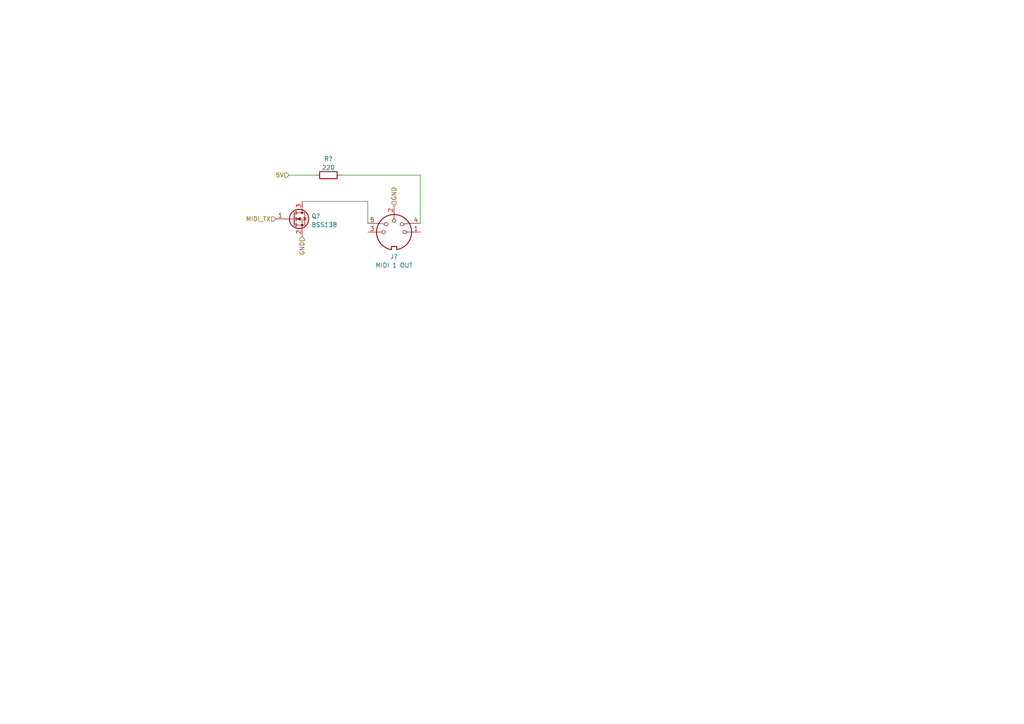
<source format=kicad_sch>
(kicad_sch (version 20230121) (generator eeschema)
  (paper "A4")
  (lib_symbols
    (symbol "Connector:DIN-5_180degree" (pin_names (offset 1.016))
      (property "Reference" "J" (at 3.175 5.715 0))
      (property "Value" "DIN-5_180degree" (at 0 -6.35 0))
      (symbol "DIN-5_180degree_0_1"
        (arc (start -5.08 0) (mid -3.8609 -3.3364) (end -0.762 -5.08) (stroke (width 0.254)))
        (circle (center -3.048 0) (radius 0.508))
        (circle (center -2.286 2.286) (radius 0.508))
        (polyline (pts (xy -5.08 0) (xy -3.556 0)))
        (polyline (pts (xy 0 5.08) (xy 0 3.81)))
        (polyline (pts (xy 5.08 0) (xy 3.556 0)))
        (polyline (pts (xy -5.08 2.54) (xy -4.318 2.54) (xy -2.794 2.286)))
        (polyline (pts (xy 5.08 2.54) (xy 4.318 2.54) (xy 2.794 2.286)))
        (polyline (pts (xy -0.762 -4.953) (xy -0.762 -4.191) (xy 0.762 -4.191) (xy 0.762 -4.953)) (stroke (width 0.254)))
        (circle (center 0 3.302) (radius 0.508))
        (arc (start 0.762 -5.08) (mid 3.8685 -3.343) (end 5.08 0) (stroke (width 0.254)))
        (circle (center 2.286 2.286) (radius 0.508))
        (circle (center 3.048 0) (radius 0.508))
        (arc (start 5.08 0) (mid 0 5.0579) (end -5.08 0) (stroke (width 0.254)))
      )
      (symbol "DIN-5_180degree_1_1"
        (pin passive line (at -7.62 0 0) (length 2.54) (name "~") (number "1"))
        (pin passive line (at 0 7.62 270) (length 2.54) (name "~") (number "2"))
        (pin passive line (at 7.62 0 180) (length 2.54) (name "~") (number "3"))
        (pin passive line (at -7.62 2.54 0) (length 2.54) (name "~") (number "4"))
        (pin passive line (at 7.62 2.54 180) (length 2.54) (name "~") (number "5"))
      )
    )
    (symbol "Device:R" (pin_numbers hide) (pin_names (offset 0))
      (property "Reference" "R" (at 2.032 0 90))
      (property "Value" "R" (at 0 0 90))
      (symbol "R_0_1"
        (rectangle (start -1.016 -2.54) (end 1.016 2.54) (stroke (width 0.254)))
      )
      (symbol "R_1_1"
        (pin passive line (at 0 3.81 270) (length 1.27) (name "~") (number "1"))
        (pin passive line (at 0 -3.81 90) (length 1.27) (name "~") (number "2"))
      )
    )
    (symbol "Transistor_FET:BSS138" (pin_names hide)
      (property "Reference" "Q" (at 5.08 1.905 0))
      (property "Value" "BSS138" (at 5.08 0 0))
      (symbol "BSS138_0_1"
        (polyline (pts (xy 0.254 0) (xy -2.54 0)))
        (polyline (pts (xy 0.254 1.905) (xy 0.254 -1.905)) (stroke (width 0.254)))
        (polyline (pts (xy 0.762 -1.27) (xy 0.762 -2.286)) (stroke (width 0.254)))
        (polyline (pts (xy 0.762 0.508) (xy 0.762 -0.508)) (stroke (width 0.254)))
        (polyline (pts (xy 0.762 2.286) (xy 0.762 1.27)) (stroke (width 0.254)))
        (polyline (pts (xy 2.54 2.54) (xy 2.54 1.778)))
        (polyline (pts (xy 2.54 -2.54) (xy 2.54 0) (xy 0.762 0)))
        (polyline (pts (xy 0.762 -1.778) (xy 3.302 -1.778) (xy 3.302 1.778) (xy 0.762 1.778)))
        (polyline (pts (xy 1.016 0) (xy 2.032 0.381) (xy 2.032 -0.381) (xy 1.016 0)) (fill (type outline)))
        (polyline (pts (xy 2.794 0.508) (xy 2.921 0.381) (xy 3.683 0.381) (xy 3.81 0.254)))
        (polyline (pts (xy 3.302 0.381) (xy 2.921 -0.254) (xy 3.683 -0.254) (xy 3.302 0.381)))
        (circle (center 1.651 0) (radius 2.794) (stroke (width 0.254)))
        (circle (center 2.54 -1.778) (radius 0.254) (fill (type outline)))
        (circle (center 2.54 1.778) (radius 0.254) (fill (type outline)))
      )
      (symbol "BSS138_1_1"
        (pin input line (at -5.08 0 0) (length 2.54) (name "G") (number "1"))
        (pin passive line (at 2.54 -5.08 90) (length 2.54) (name "S") (number "2"))
        (pin passive line (at 2.54 5.08 270) (length 2.54) (name "D") (number "3"))
      )
    )
  )
  (wire (pts (xy 99.06 50.8) (xy 121.92 50.8)))
  (wire (pts (xy 121.92 50.8) (xy 121.92 64.77)))
  (wire (pts (xy 83.82 50.8) (xy 91.44 50.8)))
  (wire (pts (xy 87.63 58.42) (xy 106.68 58.42)))
  (wire (pts (xy 106.68 58.42) (xy 106.68 64.77)))
  (hierarchical_label "5V" (shape input) (at 83.82 50.8 180))
  (hierarchical_label "MIDI_TX" (shape input) (at 80.01 63.5 180))
  (hierarchical_label "GND" (shape input) (at 114.3 59.69 90))
  (hierarchical_label "GND" (shape input) (at 87.63 68.58 270))
  (symbol (lib_id "Connector:DIN-5_180degree") (at 114.3 67.31 0) (mirror y) (unit 1)
    (property "Reference" "J?" (at 114.2999 74.4204 0))
    (property "Value" "MIDI 1 OUT" (at 114.2999 76.9573 0))
    (property "Datasheet" "http://www.mouser.com/ds/2/18/40_c091_abd_e-75918.pdf" (effects hide))
  )
  (symbol (lib_id "Transistor_FET:BSS138") (at 85.09 63.5 0) (unit 1)
    (property "Reference" "Q?" (at 90.297 62.6653 0) (effects (justify left)))
    (property "Value" "BSS138" (at 90.297 65.2022 0) (effects (justify left)))
    (property "Footprint" "Package_TO_SOT_SMD:SOT-23" (effects hide))
    (property "Datasheet" "https://www.onsemi.com/pub/Collateral/BSS138-D.PDF" (effects hide))
  )
  (symbol (lib_id "Device:R") (at 95.25 50.8 90) (unit 1)
    (property "Reference" "R?" (at 95.25 46.0842 90))
    (property "Value" "220" (at 95.25 48.6211 90))
  )
)
</source>
